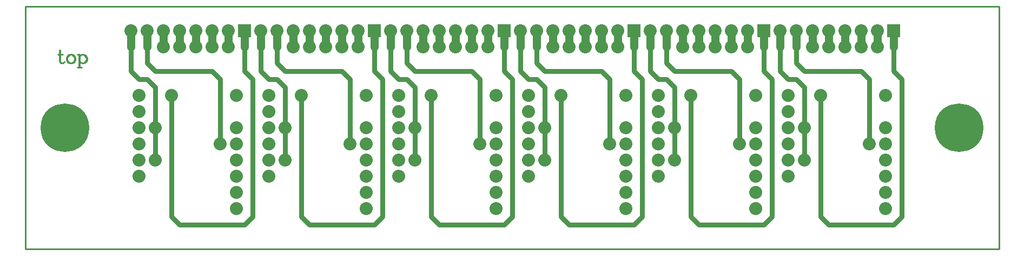
<source format=gtl>
%FSLAX23Y23*%
%MOIN*%
G70*
G01*
G75*
%ADD10C,0.010*%
%ADD11C,0.030*%
%ADD12C,0.050*%
%ADD13R,0.080X0.080*%
%ADD14C,0.080*%
%ADD15C,0.300*%
D10*
X6995Y7245D02*
Y8745D01*
Y7245D02*
X12995D01*
Y8745D01*
X6995D02*
X12995D01*
X7218Y8395D02*
X7214Y8399D01*
X7210Y8410D01*
Y8475D01*
X7206D01*
Y8410D01*
X7210Y8399D01*
X7218Y8395D01*
X7225D01*
X7233Y8399D01*
X7237Y8406D01*
X7195Y8448D02*
X7225D01*
X7273D02*
X7261Y8445D01*
X7254Y8437D01*
X7250Y8425D01*
Y8418D01*
X7254Y8406D01*
X7261Y8399D01*
X7273Y8395D01*
X7280D01*
X7292Y8399D01*
X7299Y8406D01*
X7303Y8418D01*
Y8425D01*
X7299Y8437D01*
X7292Y8445D01*
X7280Y8448D01*
X7273D01*
X7265Y8445D01*
X7257Y8437D01*
X7254Y8425D01*
Y8418D01*
X7257Y8406D01*
X7265Y8399D01*
X7273Y8395D01*
X7280D02*
X7288Y8399D01*
X7296Y8406D01*
X7299Y8418D01*
Y8425D01*
X7296Y8437D01*
X7288Y8445D01*
X7280Y8448D01*
X7326D02*
Y8368D01*
X7330Y8448D02*
Y8368D01*
Y8437D02*
X7338Y8445D01*
X7345Y8448D01*
X7353D01*
X7364Y8445D01*
X7372Y8437D01*
X7376Y8425D01*
Y8418D01*
X7372Y8406D01*
X7364Y8399D01*
X7353Y8395D01*
X7345D01*
X7338Y8399D01*
X7330Y8406D01*
X7353Y8448D02*
X7361Y8445D01*
X7368Y8437D01*
X7372Y8425D01*
Y8418D01*
X7368Y8406D01*
X7361Y8399D01*
X7353Y8395D01*
X7315Y8448D02*
X7330D01*
X7315Y8368D02*
X7342D01*
D11*
X11745Y8395D02*
Y8495D01*
Y8395D02*
X11795Y8345D01*
X12145D01*
X12195Y8295D01*
Y7895D02*
Y8295D01*
X10945Y8395D02*
Y8495D01*
Y8395D02*
X10995Y8345D01*
X11345D01*
X11395Y8295D01*
Y7895D02*
Y8295D01*
X10145Y8395D02*
Y8495D01*
Y8395D02*
X10195Y8345D01*
X10545D01*
X10595Y8295D01*
Y7895D02*
Y8295D01*
X12345Y8345D02*
Y8495D01*
Y8345D02*
X12395Y8295D01*
Y7445D02*
Y8295D01*
X12345Y7395D02*
X12395Y7445D01*
X11945Y7395D02*
X12345D01*
X11895Y7445D02*
X11945Y7395D01*
X11895Y7445D02*
Y8195D01*
X11545Y8345D02*
Y8495D01*
Y8345D02*
X11595Y8295D01*
Y7445D02*
Y8295D01*
X11545Y7395D02*
X11595Y7445D01*
X11145Y7395D02*
X11545D01*
X11095Y7445D02*
X11145Y7395D01*
X11095Y7445D02*
Y8195D01*
X10745Y8345D02*
Y8495D01*
Y8345D02*
X10795Y8295D01*
Y7445D02*
Y8295D01*
X10745Y7395D02*
X10795Y7445D01*
X10345Y7395D02*
X10745D01*
X10295Y7445D02*
X10345Y7395D01*
X10295Y7445D02*
Y8195D01*
X11795Y7795D02*
Y8245D01*
X11645Y8345D02*
Y8495D01*
Y8345D02*
X11695Y8295D01*
X11745D01*
X11795Y8245D01*
X10995Y7795D02*
Y8245D01*
X10845Y8345D02*
Y8495D01*
Y8345D02*
X10895Y8295D01*
X10945D01*
X10995Y8245D01*
X10195Y7795D02*
Y8245D01*
X10045Y8345D02*
Y8495D01*
Y8345D02*
X10095Y8295D01*
X10145D01*
X10195Y8245D01*
X9945Y8345D02*
Y8495D01*
Y8345D02*
X9995Y8295D01*
Y7445D02*
Y8295D01*
X9945Y7395D02*
X9995Y7445D01*
X9545Y7395D02*
X9945D01*
X9495Y7445D02*
X9545Y7395D01*
X9495Y7445D02*
Y8195D01*
X9795Y7895D02*
Y8295D01*
X9745Y8345D02*
X9795Y8295D01*
X9395Y8345D02*
X9745D01*
X9345Y8395D02*
X9395Y8345D01*
X9345Y8395D02*
Y8495D01*
X9395Y7795D02*
Y8245D01*
X9245Y8345D02*
Y8495D01*
Y8345D02*
X9295Y8295D01*
X9345D01*
X9395Y8245D01*
X9145Y8345D02*
Y8495D01*
X8545Y8395D02*
Y8495D01*
X8595Y7795D02*
Y8245D01*
X8445Y8345D02*
Y8495D01*
X9145Y8345D02*
X9195Y8295D01*
Y7445D02*
Y8295D01*
X9145Y7395D02*
X9195Y7445D01*
X8745Y7395D02*
X9145D01*
X8695Y7445D02*
X8745Y7395D01*
X8695Y7445D02*
Y8195D01*
X8995Y7895D02*
Y8295D01*
X8945Y8345D02*
X8995Y8295D01*
X8595Y8345D02*
X8945D01*
X8545Y8395D02*
X8595Y8345D01*
X8445D02*
X8495Y8295D01*
X8545D01*
X8595Y8245D01*
X7795Y7795D02*
Y8245D01*
X8195Y7895D02*
Y8295D01*
X8145Y8345D02*
X8195Y8295D01*
X7795Y8345D02*
X8145D01*
X7745Y8395D02*
X7795Y8345D01*
X7745Y8395D02*
Y8495D01*
Y8295D02*
X7795Y8245D01*
X7645Y8345D02*
Y8495D01*
Y8345D02*
X7695Y8295D01*
X7745D01*
X8345Y8345D02*
Y8495D01*
Y8345D02*
X8395Y8295D01*
Y7445D02*
Y8295D01*
X8345Y7395D02*
X8395Y7445D01*
X7945Y7395D02*
X8345D01*
X7895Y7445D02*
X7945Y7395D01*
X7895Y7445D02*
Y8195D01*
D12*
X11945Y8495D02*
Y8595D01*
X12045Y8495D02*
Y8595D01*
X12145Y8495D02*
Y8595D01*
X12245Y8495D02*
Y8595D01*
X12345Y8495D02*
Y8595D01*
X11845Y8495D02*
Y8595D01*
X11745Y8495D02*
Y8595D01*
X11645Y8495D02*
Y8595D01*
X11045Y8495D02*
Y8595D01*
X11145Y8495D02*
Y8595D01*
X11245Y8495D02*
Y8595D01*
X11345Y8495D02*
Y8595D01*
X11445Y8495D02*
Y8595D01*
X11545Y8495D02*
Y8595D01*
X10945Y8495D02*
Y8595D01*
X10845Y8495D02*
Y8595D01*
X10745Y8495D02*
Y8595D01*
X10645Y8495D02*
Y8595D01*
X10545Y8495D02*
Y8595D01*
X10445Y8495D02*
Y8595D01*
X10345Y8495D02*
Y8595D01*
X10245Y8495D02*
Y8595D01*
X10145Y8495D02*
Y8595D01*
X10045Y8495D02*
Y8595D01*
X9945Y8495D02*
Y8595D01*
X9845Y8495D02*
Y8595D01*
X9745Y8495D02*
Y8595D01*
X9645Y8495D02*
Y8595D01*
X9545Y8495D02*
Y8595D01*
X9445Y8495D02*
Y8595D01*
X9345Y8495D02*
Y8595D01*
X9245Y8495D02*
Y8595D01*
X9145Y8495D02*
Y8595D01*
X9045Y8495D02*
Y8595D01*
X8945Y8495D02*
Y8595D01*
X8845Y8495D02*
Y8595D01*
X8745Y8495D02*
Y8595D01*
X8645Y8495D02*
Y8595D01*
X8545Y8495D02*
Y8595D01*
X8445Y8495D02*
Y8595D01*
X8345Y8495D02*
Y8595D01*
X8245Y8495D02*
Y8595D01*
X8145Y8495D02*
Y8595D01*
X8045Y8495D02*
Y8595D01*
X7945Y8495D02*
Y8595D01*
X7845Y8495D02*
Y8595D01*
X7745Y8495D02*
Y8595D01*
X7645Y8495D02*
Y8595D01*
D13*
X12345D02*
D03*
X8345D02*
D03*
X9145D02*
D03*
X9945D02*
D03*
X10745D02*
D03*
X11545D02*
D03*
D14*
X12245D02*
D03*
X12145D02*
D03*
X12045D02*
D03*
X11945D02*
D03*
X11845D02*
D03*
X11745D02*
D03*
X11645D02*
D03*
X12295Y8195D02*
D03*
Y7995D02*
D03*
Y7895D02*
D03*
Y7795D02*
D03*
Y7695D02*
D03*
Y7595D02*
D03*
Y7495D02*
D03*
X11695Y7695D02*
D03*
Y7795D02*
D03*
Y7895D02*
D03*
Y7995D02*
D03*
Y8095D02*
D03*
Y8195D02*
D03*
X8295D02*
D03*
Y7995D02*
D03*
Y7895D02*
D03*
Y7795D02*
D03*
Y7695D02*
D03*
Y7595D02*
D03*
Y7495D02*
D03*
X7695Y7695D02*
D03*
Y7795D02*
D03*
Y7895D02*
D03*
Y7995D02*
D03*
Y8095D02*
D03*
Y8195D02*
D03*
X8495D02*
D03*
Y8095D02*
D03*
Y7995D02*
D03*
Y7895D02*
D03*
Y7795D02*
D03*
Y7695D02*
D03*
X9095Y7495D02*
D03*
Y7595D02*
D03*
Y7695D02*
D03*
Y7795D02*
D03*
Y7895D02*
D03*
Y7995D02*
D03*
Y8195D02*
D03*
X9895D02*
D03*
Y7995D02*
D03*
Y7895D02*
D03*
Y7795D02*
D03*
Y7695D02*
D03*
Y7595D02*
D03*
Y7495D02*
D03*
X9295Y7695D02*
D03*
Y7795D02*
D03*
Y7895D02*
D03*
Y7995D02*
D03*
Y8095D02*
D03*
Y8195D02*
D03*
X10095D02*
D03*
Y8095D02*
D03*
Y7995D02*
D03*
Y7895D02*
D03*
Y7795D02*
D03*
Y7695D02*
D03*
X10695Y7495D02*
D03*
Y7595D02*
D03*
Y7695D02*
D03*
Y7795D02*
D03*
Y7895D02*
D03*
Y7995D02*
D03*
Y8195D02*
D03*
X11495D02*
D03*
Y7995D02*
D03*
Y7895D02*
D03*
Y7795D02*
D03*
Y7695D02*
D03*
Y7595D02*
D03*
Y7495D02*
D03*
X10895Y7695D02*
D03*
Y7795D02*
D03*
Y7895D02*
D03*
Y7995D02*
D03*
Y8095D02*
D03*
Y8195D02*
D03*
X7645Y8595D02*
D03*
X7745D02*
D03*
X7845D02*
D03*
X7945D02*
D03*
X8045D02*
D03*
X8145D02*
D03*
X8245D02*
D03*
X9045D02*
D03*
X8945D02*
D03*
X8845D02*
D03*
X8745D02*
D03*
X8645D02*
D03*
X8545D02*
D03*
X8445D02*
D03*
X9245D02*
D03*
X9345D02*
D03*
X9445D02*
D03*
X9545D02*
D03*
X9645D02*
D03*
X9745D02*
D03*
X9845D02*
D03*
X10645D02*
D03*
X10545D02*
D03*
X10445D02*
D03*
X10345D02*
D03*
X10245D02*
D03*
X10145D02*
D03*
X10045D02*
D03*
X10845D02*
D03*
X10945D02*
D03*
X11045D02*
D03*
X11145D02*
D03*
X11245D02*
D03*
X11345D02*
D03*
X11445D02*
D03*
X8195Y7895D02*
D03*
X9395Y7995D02*
D03*
X8995Y7895D02*
D03*
X10595D02*
D03*
X11395D02*
D03*
X12195D02*
D03*
X11895Y8195D02*
D03*
X11095D02*
D03*
X11795Y7995D02*
D03*
Y7795D02*
D03*
X10995Y7995D02*
D03*
Y7795D02*
D03*
X10195D02*
D03*
Y7995D02*
D03*
X10295Y8195D02*
D03*
X12245Y8495D02*
D03*
X12145D02*
D03*
X12045D02*
D03*
X11945D02*
D03*
X11845D02*
D03*
X11445D02*
D03*
X11345D02*
D03*
X11245D02*
D03*
X11145D02*
D03*
X11045D02*
D03*
X10645D02*
D03*
X10545D02*
D03*
X10445D02*
D03*
X10345D02*
D03*
X10245D02*
D03*
X9495Y8195D02*
D03*
X9795Y7895D02*
D03*
X9395Y7795D02*
D03*
X9045Y8495D02*
D03*
X8945D02*
D03*
X8845D02*
D03*
X8745D02*
D03*
X8645D02*
D03*
X9845D02*
D03*
X9745D02*
D03*
X9645D02*
D03*
X9545D02*
D03*
X9445D02*
D03*
X8595Y7995D02*
D03*
Y7795D02*
D03*
X8695Y8195D02*
D03*
X7795Y7795D02*
D03*
Y7995D02*
D03*
X7895Y8195D02*
D03*
X8245Y8495D02*
D03*
X8145D02*
D03*
X8045D02*
D03*
X7945D02*
D03*
X7845D02*
D03*
D15*
X7240Y7995D02*
D03*
X12750D02*
D03*
M02*

</source>
